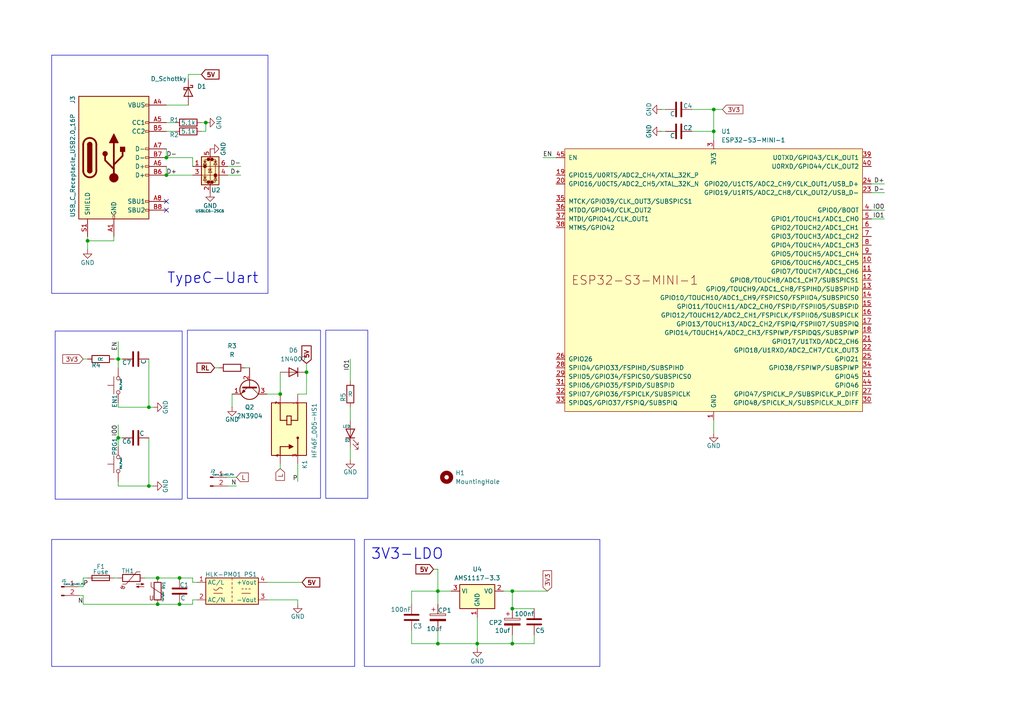
<source format=kicad_sch>
(kicad_sch (version 20250114) (generator "eeschema") (generator_version "9.0")
  (paper "A4")
  (lib_symbols
    (symbol "Connector:Conn_01x02_Pin" (pin_names (offset 1.016) (hide yes))
      (property "Reference" "J" (at 0 2.54 0))
      (property "Value" "Conn_01x02_Pin" (at 0 -5.08 0))
      (symbol "Conn_01x02_Pin_1_1"
        (rectangle (start 0.8636 0.127) (end 0 -0.127) (stroke (width 0.1524)) (fill (type outline)))
        (rectangle (start 0.8636 -2.413) (end 0 -2.667) (stroke (width 0.1524)) (fill (type outline)))
        (polyline (pts (xy 1.27 0) (xy 0.8636 0)) (stroke (width 0.1524)))
        (polyline (pts (xy 1.27 -2.54) (xy 0.8636 -2.54)) (stroke (width 0.1524)))
        (pin passive line (at 5.08 0 180) (length 3.81) (name "Pin_1") (number "1"))
        (pin passive line (at 5.08 -2.54 180) (length 3.81) (name "Pin_2") (number "2"))
      )
    )
    (symbol "Connector:USB_C_Receptacle_USB2.0_16P" (pin_names (offset 1.016))
      (property "Reference" "J" (at 0 22.225 0))
      (property "Value" "USB_C_Receptacle_USB2.0_16P" (at 0 19.685 0))
      (symbol "USB_C_Receptacle_USB2.0_16P_0_0"
        (rectangle (start -0.254 -17.78) (end 0.254 -16.764))
        (rectangle (start 10.16 15.494) (end 9.144 14.986))
        (rectangle (start 10.16 10.414) (end 9.144 9.906))
        (rectangle (start 10.16 7.874) (end 9.144 7.366))
        (rectangle (start 10.16 2.794) (end 9.144 2.286))
        (rectangle (start 10.16 0.254) (end 9.144 -0.254))
        (rectangle (start 10.16 -2.286) (end 9.144 -2.794))
        (rectangle (start 10.16 -4.826) (end 9.144 -5.334))
        (rectangle (start 10.16 -12.446) (end 9.144 -12.954))
        (rectangle (start 10.16 -14.986) (end 9.144 -15.494))
      )
      (symbol "USB_C_Receptacle_USB2.0_16P_0_1"
        (rectangle (start -10.16 17.78) (end 10.16 -17.78) (stroke (width 0.254)) (fill (type background)))
        (polyline (pts (xy -8.89 -3.81) (xy -8.89 3.81)) (stroke (width 0.508)))
        (rectangle (start -7.62 -3.81) (end -6.35 3.81) (stroke (width 0.254)) (fill (type outline)))
        (arc (start -7.62 3.81) (mid -6.985 4.4423) (end -6.35 3.81) (stroke (width 0.254)))
        (arc (start -7.62 3.81) (mid -6.985 4.4423) (end -6.35 3.81) (stroke (width 0.254)) (fill (type outline)))
        (arc (start -8.89 3.81) (mid -6.985 5.7067) (end -5.08 3.81) (stroke (width 0.508)))
        (arc (start -5.08 -3.81) (mid -6.985 -5.7067) (end -8.89 -3.81) (stroke (width 0.508)))
        (arc (start -6.35 -3.81) (mid -6.985 -4.4423) (end -7.62 -3.81) (stroke (width 0.254)))
        (arc (start -6.35 -3.81) (mid -6.985 -4.4423) (end -7.62 -3.81) (stroke (width 0.254)) (fill (type outline)))
        (polyline (pts (xy -5.08 3.81) (xy -5.08 -3.81)) (stroke (width 0.508)))
        (circle (center -2.54 1.143) (radius 0.635) (stroke (width 0.254)) (fill (type outline)))
        (polyline (pts (xy -1.27 4.318) (xy 0 6.858) (xy 1.27 4.318) (xy -1.27 4.318)) (stroke (width 0.254)) (fill (type outline)))
        (polyline (pts (xy 0 -2.032) (xy 2.54 0.508) (xy 2.54 1.778)) (stroke (width 0.508)))
        (polyline (pts (xy 0 -3.302) (xy -2.54 -0.762) (xy -2.54 0.508)) (stroke (width 0.508)))
        (polyline (pts (xy 0 -5.842) (xy 0 4.318)) (stroke (width 0.508)))
        (circle (center 0 -5.842) (radius 1.27) (fill (type outline)))
        (rectangle (start 1.905 1.778) (end 3.175 3.048) (stroke (width 0.254)) (fill (type outline)))
      )
      (symbol "USB_C_Receptacle_USB2.0_16P_1_1"
        (pin passive line (at -7.62 -22.86 90) (length 5.08) (name "SHIELD") (number "S1"))
        (pin passive line (at 0 -22.86 90) (length 5.08) (name "GND") (number "A1"))
        (pin passive line (at 0 -22.86 90) (length 5.08) (hide yes) (name "GND") (number "A12"))
        (pin passive line (at 0 -22.86 90) (length 5.08) (hide yes) (name "GND") (number "B1"))
        (pin passive line (at 0 -22.86 90) (length 5.08) (hide yes) (name "GND") (number "B12"))
        (pin passive line (at 15.24 15.24 180) (length 5.08) (name "VBUS") (number "A4"))
        (pin passive line (at 15.24 15.24 180) (length 5.08) (hide yes) (name "VBUS") (number "A9"))
        (pin passive line (at 15.24 15.24 180) (length 5.08) (hide yes) (name "VBUS") (number "B4"))
        (pin passive line (at 15.24 15.24 180) (length 5.08) (hide yes) (name "VBUS") (number "B9"))
        (pin bidirectional line (at 15.24 10.16 180) (length 5.08) (name "CC1") (number "A5"))
        (pin bidirectional line (at 15.24 7.62 180) (length 5.08) (name "CC2") (number "B5"))
        (pin bidirectional line (at 15.24 2.54 180) (length 5.08) (name "D-") (number "A7"))
        (pin bidirectional line (at 15.24 0 180) (length 5.08) (name "D-") (number "B7"))
        (pin bidirectional line (at 15.24 -2.54 180) (length 5.08) (name "D+") (number "A6"))
        (pin bidirectional line (at 15.24 -5.08 180) (length 5.08) (name "D+") (number "B6"))
        (pin bidirectional line (at 15.24 -12.7 180) (length 5.08) (name "SBU1") (number "A8"))
        (pin bidirectional line (at 15.24 -15.24 180) (length 5.08) (name "SBU2") (number "B8"))
      )
    )
    (symbol "Converter_ACDC:HLK-PM01"
      (property "Reference" "PS" (at 0 5.08 0))
      (property "Value" "HLK-PM01" (at 0 -5.08 0))
      (symbol "HLK-PM01_0_1"
        (rectangle (start -7.62 3.81) (end 7.62 -3.81) (stroke (width 0.254)) (fill (type background)))
        (polyline (pts (xy -5.334 -0.635) (xy -2.794 -0.635)))
        (arc (start -4.064 0.635) (mid -4.699 0.2495) (end -5.334 0.635))
        (arc (start -4.064 0.635) (mid -3.429 1.0072) (end -2.794 0.635))
        (polyline (pts (xy 0 3.81) (xy 0 3.175)))
        (polyline (pts (xy 0 2.54) (xy 0 1.905)))
        (polyline (pts (xy 0 1.27) (xy 0 0.635)))
        (polyline (pts (xy 0 0) (xy 0 -0.635)))
        (polyline (pts (xy 0 -1.27) (xy 0 -1.905)))
        (polyline (pts (xy 0 -2.54) (xy 0 -3.175)))
        (polyline (pts (xy 2.794 0.635) (xy 3.302 0.635)))
        (polyline (pts (xy 2.794 -0.635) (xy 5.334 -0.635)))
        (polyline (pts (xy 3.81 0.635) (xy 4.318 0.635)))
        (polyline (pts (xy 4.826 0.635) (xy 5.334 0.635)))
      )
      (symbol "HLK-PM01_1_1"
        (pin power_in line (at -10.16 2.54 0) (length 2.54) (name "AC/L") (number "1"))
        (pin power_in line (at -10.16 -2.54 0) (length 2.54) (name "AC/N") (number "2"))
        (pin power_out line (at 10.16 2.54 180) (length 2.54) (name "+Vout") (number "4"))
        (pin power_out line (at 10.16 -2.54 180) (length 2.54) (name "-Vout") (number "3"))
      )
    )
    (symbol "Device:C" (pin_numbers (hide yes)) (pin_names (offset 0.254))
      (property "Reference" "C" (at 0.635 2.54 0))
      (property "Value" "C" (at 0.635 -2.54 0))
      (symbol "C_0_1"
        (polyline (pts (xy -2.032 0.762) (xy 2.032 0.762)) (stroke (width 0.508)))
        (polyline (pts (xy -2.032 -0.762) (xy 2.032 -0.762)) (stroke (width 0.508)))
      )
      (symbol "C_1_1"
        (pin passive line (at 0 3.81 270) (length 2.794) (name "~") (number "1"))
        (pin passive line (at 0 -3.81 90) (length 2.794) (name "~") (number "2"))
      )
    )
    (symbol "Device:C_Polarized" (pin_numbers (hide yes)) (pin_names (offset 0.254))
      (property "Reference" "C" (at 0.635 2.54 0))
      (property "Value" "C_Polarized" (at 0.635 -2.54 0))
      (symbol "C_Polarized_0_1"
        (rectangle (start -2.286 0.508) (end 2.286 1.016))
        (polyline (pts (xy -1.778 2.286) (xy -0.762 2.286)))
        (polyline (pts (xy -1.27 2.794) (xy -1.27 1.778)))
        (rectangle (start 2.286 -0.508) (end -2.286 -1.016) (fill (type outline)))
      )
      (symbol "C_Polarized_1_1"
        (pin passive line (at 0 3.81 270) (length 2.794) (name "~") (number "1"))
        (pin passive line (at 0 -3.81 90) (length 2.794) (name "~") (number "2"))
      )
    )
    (symbol "Device:D_Schottky" (pin_numbers (hide yes)) (pin_names (offset 1.016) (hide yes))
      (property "Reference" "D" (at 0 2.54 0))
      (property "Value" "D_Schottky" (at 0 -2.54 0))
      (symbol "D_Schottky_0_1"
        (polyline (pts (xy -1.905 0.635) (xy -1.905 1.27) (xy -1.27 1.27) (xy -1.27 -1.27) (xy -0.635 -1.27) (xy -0.635 -0.635)) (stroke (width 0.254)))
        (polyline (pts (xy 1.27 1.27) (xy 1.27 -1.27) (xy -1.27 0) (xy 1.27 1.27)) (stroke (width 0.254)))
        (polyline (pts (xy 1.27 0) (xy -1.27 0)))
      )
      (symbol "D_Schottky_1_1"
        (pin passive line (at -3.81 0 0) (length 2.54) (name "K") (number "1"))
        (pin passive line (at 3.81 0 180) (length 2.54) (name "A") (number "2"))
      )
    )
    (symbol "Device:Fuse" (pin_numbers (hide yes)) (pin_names (offset 0))
      (property "Reference" "F" (at 2.032 0 90))
      (property "Value" "Fuse" (at -1.905 0 90))
      (symbol "Fuse_0_1"
        (rectangle (start -0.762 -2.54) (end 0.762 2.54) (stroke (width 0.254)))
        (polyline (pts (xy 0 2.54) (xy 0 -2.54)))
      )
      (symbol "Fuse_1_1"
        (pin passive line (at 0 3.81 270) (length 1.27) (name "~") (number "1"))
        (pin passive line (at 0 -3.81 90) (length 1.27) (name "~") (number "2"))
      )
    )
    (symbol "Device:LED" (pin_numbers (hide yes)) (pin_names (offset 1.016) (hide yes))
      (property "Reference" "D" (at 0 2.54 0))
      (property "Value" "LED" (at 0 -2.54 0))
      (symbol "LED_0_1"
        (polyline (pts (xy -3.048 -0.762) (xy -4.572 -2.286) (xy -3.81 -2.286) (xy -4.572 -2.286) (xy -4.572 -1.524)))
        (polyline (pts (xy -1.778 -0.762) (xy -3.302 -2.286) (xy -2.54 -2.286) (xy -3.302 -2.286) (xy -3.302 -1.524)))
        (polyline (pts (xy -1.27 0) (xy 1.27 0)))
        (polyline (pts (xy -1.27 -1.27) (xy -1.27 1.27)) (stroke (width 0.254)))
        (polyline (pts (xy 1.27 -1.27) (xy 1.27 1.27) (xy -1.27 0) (xy 1.27 -1.27)) (stroke (width 0.254)))
      )
      (symbol "LED_1_1"
        (pin passive line (at -3.81 0 0) (length 2.54) (name "K") (number "1"))
        (pin passive line (at 3.81 0 180) (length 2.54) (name "A") (number "2"))
      )
    )
    (symbol "Device:R" (pin_numbers (hide yes)) (pin_names (offset 0))
      (property "Reference" "R" (at 2.032 0 90))
      (property "Value" "R" (at 0 0 90))
      (symbol "R_0_1"
        (rectangle (start -1.016 -2.54) (end 1.016 2.54) (stroke (width 0.254)))
      )
      (symbol "R_1_1"
        (pin passive line (at 0 3.81 270) (length 1.27) (name "~") (number "1"))
        (pin passive line (at 0 -3.81 90) (length 1.27) (name "~") (number "2"))
      )
    )
    (symbol "Device:Thermistor_NTC" (pin_numbers (hide yes)) (pin_names (offset 0))
      (property "Reference" "TH" (at -4.445 0 90))
      (property "Value" "Thermistor_NTC" (at 3.175 0 90))
      (symbol "Thermistor_NTC_0_1"
        (arc (start -3.175 2.413) (mid -3.0506 2.3165) (end -3.048 2.159))
        (arc (start -3.048 2.794) (mid -2.9736 2.9736) (end -2.794 3.048))
        (arc (start -2.794 3.048) (mid -2.6144 2.9736) (end -2.54 2.794))
        (arc (start -2.794 2.54) (mid -2.9736 2.6144) (end -3.048 2.794))
        (arc (start -2.794 1.905) (mid -2.9736 1.9794) (end -3.048 2.159))
        (arc (start -2.54 2.159) (mid -2.6144 1.9794) (end -2.794 1.905))
        (arc (start -2.159 2.794) (mid -2.434 2.5608) (end -2.794 2.54))
        (polyline (pts (xy -2.54 2.159) (xy -2.54 2.794)))
        (polyline (pts (xy -2.54 -3.683) (xy -2.54 -1.397) (xy -2.794 -2.159) (xy -2.286 -2.159) (xy -2.54 -1.397) (xy -2.54 -1.651)) (fill (type outline)))
        (polyline (pts (xy -1.778 2.54) (xy -1.778 1.524) (xy 1.778 -1.524) (xy 1.778 -2.54)))
        (polyline (pts (xy -1.778 -1.397) (xy -1.778 -3.683) (xy -2.032 -2.921) (xy -1.524 -2.921) (xy -1.778 -3.683) (xy -1.778 -3.429)) (fill (type outline)))
        (rectangle (start -1.016 2.54) (end 1.016 -2.54) (stroke (width 0.254)))
      )
      (symbol "Thermistor_NTC_1_1"
        (pin passive line (at 0 3.81 270) (length 1.27) (name "~") (number "1"))
        (pin passive line (at 0 -3.81 90) (length 1.27) (name "~") (number "2"))
      )
    )
    (symbol "Device:Varistor" (pin_numbers (hide yes)) (pin_names (offset 0))
      (property "Reference" "RV" (at 3.175 0 90))
      (property "Value" "Varistor" (at -3.175 0 90))
      (symbol "Varistor_0_0"
        (text "U" (at -1.778 -2.032 0) (effects (font (size 1.27 1.27))))
      )
      (symbol "Varistor_0_1"
        (polyline (pts (xy -1.905 2.54) (xy -1.905 1.27) (xy 1.905 -1.27)))
        (rectangle (start -1.016 -2.54) (end 1.016 2.54) (stroke (width 0.254)))
      )
      (symbol "Varistor_1_1"
        (pin passive line (at 0 3.81 270) (length 1.27) (name "~") (number "1"))
        (pin passive line (at 0 -3.81 90) (length 1.27) (name "~") (number "2"))
      )
    )
    (symbol "Diode:1N4007" (pin_numbers (hide yes)) (pin_names (hide yes))
      (property "Reference" "D" (at 0 2.54 0))
      (property "Value" "1N4007" (at 0 -2.54 0))
      (symbol "1N4007_0_1"
        (polyline (pts (xy -1.27 1.27) (xy -1.27 -1.27)) (stroke (width 0.254)))
        (polyline (pts (xy 1.27 1.27) (xy 1.27 -1.27) (xy -1.27 0) (xy 1.27 1.27)) (stroke (width 0.254)))
        (polyline (pts (xy 1.27 0) (xy -1.27 0)))
      )
      (symbol "1N4007_1_1"
        (pin passive line (at -3.81 0 0) (length 2.54) (name "K") (number "1"))
        (pin passive line (at 3.81 0 180) (length 2.54) (name "A") (number "2"))
      )
    )
    (symbol "Mechanical:MountingHole" (pin_names (offset 1.016)) (exclude_from_sim yes) (in_bom no)
      (property "Reference" "H" (at 0 5.08 0))
      (property "Value" "MountingHole" (at 0 3.175 0))
      (symbol "MountingHole_0_1"
        (circle (center 0 0) (radius 1.27) (stroke (width 1.27)))
      )
    )
    (symbol "PCM_Espressif:ESP32-S3-MINI-1" (pin_names (offset 1.016))
      (property "Reference" "U" (at -43.18 43.18 0))
      (property "Value" "ESP32-S3-MINI-1" (at -43.18 40.64 0))
      (symbol "ESP32-S3-MINI-1_0_0"
        (text "ESP32-S3-MINI-1" (at -22.86 0 0) (effects (font (size 2.54 2.54))))
        (pin input line (at -45.72 35.56 0) (length 2.54) (name "EN") (number "45"))
        (pin bidirectional line (at -45.72 30.48 0) (length 2.54) (name "GPIO15/U0RTS/ADC2_CH4/XTAL_32K_P") (number "19"))
        (pin bidirectional line (at -45.72 27.94 0) (length 2.54) (name "GPIO16/U0CTS/ADC2_CH5/XTAL_32K_N") (number "20"))
        (pin bidirectional line (at -45.72 22.86 0) (length 2.54) (name "MTCK/GPIO39/CLK_OUT3/SUBSPICS1") (number "35"))
        (pin bidirectional line (at -45.72 20.32 0) (length 2.54) (name "MTDO/GPIO40/CLK_OUT2") (number "36"))
        (pin bidirectional line (at -45.72 17.78 0) (length 2.54) (name "MTDI/GPIO41/CLK_OUT1") (number "37"))
        (pin bidirectional line (at -45.72 15.24 0) (length 2.54) (name "MTMS/GPIO42") (number "38"))
        (pin bidirectional line (at -45.72 -22.86 0) (length 2.54) (name "GPIO26") (number "26"))
        (pin bidirectional line (at -45.72 -25.4 0) (length 2.54) (name "SPIIO4/GPIO33/FSPIHD/SUBSPIHD") (number "28"))
        (pin bidirectional line (at -45.72 -27.94 0) (length 2.54) (name "SPIIO5/GPIO34/FSPICS0/SUBSPICS0") (number "29"))
        (pin bidirectional line (at -45.72 -30.48 0) (length 2.54) (name "SPIIO6/GPIO35/FSPID/SUBSPID") (number "31"))
        (pin bidirectional line (at -45.72 -33.02 0) (length 2.54) (name "SPIIO7/GPIO36/FSPICLK/SUBSPICLK") (number "32"))
        (pin bidirectional line (at -45.72 -35.56 0) (length 2.54) (name "SPIDQS/GPIO37/FSPIQ/SUBSPIQ") (number "33"))
        (pin power_in line (at 0 40.64 270) (length 2.54) (name "3V3") (number "3"))
        (pin power_in line (at 0 -40.64 90) (length 2.54) (name "GND") (number "1"))
        (pin passive line (at 0 -40.64 90) (length 2.54) (hide yes) (name "GND") (number "2"))
        (pin passive line (at 0 -40.64 90) (length 2.54) (hide yes) (name "GND") (number "42"))
        (pin passive line (at 0 -40.64 90) (length 2.54) (hide yes) (name "GND") (number "43"))
        (pin passive line (at 0 -40.64 90) (length 2.54) (hide yes) (name "GND") (number "46"))
        (pin passive line (at 0 -40.64 90) (length 2.54) (hide yes) (name "GND") (number "47"))
        (pin passive line (at 0 -40.64 90) (length 2.54) (hide yes) (name "GND") (number "48"))
        (pin passive line (at 0 -40.64 90) (length 2.54) (hide yes) (name "GND") (number "49"))
        (pin passive line (at 0 -40.64 90) (length 2.54) (hide yes) (name "GND") (number "50"))
        (pin passive line (at 0 -40.64 90) (length 2.54) (hide yes) (name "GND") (number "51"))
        (pin passive line (at 0 -40.64 90) (length 2.54) (hide yes) (name "GND") (number "52"))
        (pin passive line (at 0 -40.64 90) (length 2.54) (hide yes) (name "GND") (number "53"))
        (pin passive line (at 0 -40.64 90) (length 2.54) (hide yes) (name "GND") (number "54"))
        (pin passive line (at 0 -40.64 90) (length 2.54) (hide yes) (name "GND") (number "55"))
        (pin passive line (at 0 -40.64 90) (length 2.54) (hide yes) (name "GND") (number "56"))
        (pin passive line (at 0 -40.64 90) (length 2.54) (hide yes) (name "GND") (number "57"))
        (pin passive line (at 0 -40.64 90) (length 2.54) (hide yes) (name "GND") (number "58"))
        (pin passive line (at 0 -40.64 90) (length 2.54) (hide yes) (name "GND") (number "59"))
        (pin passive line (at 0 -40.64 90) (length 2.54) (hide yes) (name "GND") (number "60"))
        (pin passive line (at 0 -40.64 90) (length 2.54) (hide yes) (name "GND") (number "61"))
        (pin passive line (at 0 -40.64 90) (length 2.54) (hide yes) (name "GND") (number "62"))
        (pin passive line (at 0 -40.64 90) (length 2.54) (hide yes) (name "GND") (number "63"))
        (pin passive line (at 0 -40.64 90) (length 2.54) (hide yes) (name "GND") (number "64"))
        (pin passive line (at 0 -40.64 90) (length 2.54) (hide yes) (name "GND") (number "65"))
        (pin bidirectional line (at 45.72 35.56 180) (length 2.54) (name "U0TXD/GPIO43/CLK_OUT1") (number "39"))
        (pin bidirectional line (at 45.72 33.02 180) (length 2.54) (name "U0RXD/GPIO44/CLK_OUT2") (number "40"))
        (pin bidirectional line (at 45.72 27.94 180) (length 2.54) (name "GPIO20/U1CTS/ADC2_CH9/CLK_OUT1/USB_D+") (number "24"))
        (pin bidirectional line (at 45.72 25.4 180) (length 2.54) (name "GPIO19/U1RTS/ADC2_CH8/CLK_OUT2/USB_D-") (number "23"))
        (pin bidirectional line (at 45.72 20.32 180) (length 2.54) (name "GPIO0/BOOT") (number "4"))
        (pin bidirectional line (at 45.72 17.78 180) (length 2.54) (name "GPIO1/TOUCH1/ADC1_CH0") (number "5"))
        (pin bidirectional line (at 45.72 15.24 180) (length 2.54) (name "GPIO2/TOUCH2/ADC1_CH1") (number "6"))
        (pin bidirectional line (at 45.72 12.7 180) (length 2.54) (name "GPIO3/TOUCH3/ADC1_CH2") (number "7"))
        (pin bidirectional line (at 45.72 10.16 180) (length 2.54) (name "GPIO4/TOUCH4/ADC1_CH3") (number "8"))
        (pin bidirectional line (at 45.72 7.62 180) (length 2.54) (name "GPIO5/TOUCH5/ADC1_CH4") (number "9"))
        (pin bidirectional line (at 45.72 5.08 180) (length 2.54) (name "GPIO6/TOUCH6/ADC1_CH5") (number "10"))
        (pin bidirectional line (at 45.72 2.54 180) (length 2.54) (name "GPIO7/TOUCH7/ADC1_CH6") (number "11"))
        (pin bidirectional line (at 45.72 0 180) (length 2.54) (name "GPIO8/TOUCH8/ADC1_CH7/SUBSPICS1") (number "12"))
        (pin bidirectional line (at 45.72 -2.54 180) (length 2.54) (name "GPIO9/TOUCH9/ADC1_CH8/FSPIHD/SUBSPIHD") (number "13"))
        (pin bidirectional line (at 45.72 -5.08 180) (length 2.54) (name "GPIO10/TOUCH10/ADC1_CH9/FSPICS0/FSPIIO4/SUBSPICS0") (number "14"))
        (pin bidirectional line (at 45.72 -7.62 180) (length 2.54) (name "GPIO11/TOUCH11/ADC2_CH0/FSPID/FSPIIO5/SUBSPID") (number "15"))
        (pin bidirectional line (at 45.72 -10.16 180) (length 2.54) (name "GPIO12/TOUCH12/ADC2_CH1/FSPICLK/FSPIIO6/SUBSPICLK") (number "16"))
        (pin bidirectional line (at 45.72 -12.7 180) (length 2.54) (name "GPIO13/TOUCH13/ADC2_CH2/FSPIQ/FSPIIO7/SUBSPIQ") (number "17"))
        (pin bidirectional line (at 45.72 -15.24 180) (length 2.54) (name "GPIO14/TOUCH14/ADC2_CH3/FSPIWP/FSPIDQS/SUBSPIWP") (number "18"))
        (pin bidirectional line (at 45.72 -17.78 180) (length 2.54) (name "GPIO17/U1TXD/ADC2_CH6") (number "21"))
        (pin bidirectional line (at 45.72 -20.32 180) (length 2.54) (name "GPIO18/U1RXD/ADC2_CH7/CLK_OUT3") (number "22"))
        (pin bidirectional line (at 45.72 -22.86 180) (length 2.54) (name "GPIO21") (number "25"))
        (pin bidirectional line (at 45.72 -25.4 180) (length 2.54) (name "GPIO38/FSPIWP/SUBSPIWP") (number "34"))
        (pin bidirectional line (at 45.72 -27.94 180) (length 2.54) (name "GPIO45") (number "41"))
        (pin bidirectional line (at 45.72 -30.48 180) (length 2.54) (name "GPIO46") (number "44"))
        (pin bidirectional line (at 45.72 -33.02 180) (length 2.54) (name "GPIO47/SPICLK_P/SUBSPICLK_P_DIFF") (number "27"))
        (pin bidirectional line (at 45.72 -35.56 180) (length 2.54) (name "GPIO48/SPICLK_N/SUBSPICLK_N_DIFF") (number "30"))
      )
      (symbol "ESP32-S3-MINI-1_0_1"
        (rectangle (start -43.18 38.1) (end 43.18 -38.1) (fill (type background)))
      )
    )
    (symbol "Power_Protection:USBLC6-2SC6" (pin_names (hide yes))
      (property "Reference" "U" (at 0.635 5.715 0))
      (property "Value" "USBLC6-2SC6" (at 0.635 3.81 0))
      (symbol "USBLC6-2SC6_0_0"
        (circle (center -1.524 0) (radius 0.0001) (stroke (width 0.508)))
        (circle (center -0.508 2.032) (radius 0.0001) (stroke (width 0.508)))
        (circle (center -0.508 -4.572) (radius 0.0001) (stroke (width 0.508)))
        (circle (center 0.508 2.032) (radius 0.0001) (stroke (width 0.508)))
        (circle (center 0.508 -4.572) (radius 0.0001) (stroke (width 0.508)))
        (circle (center 1.524 -2.54) (radius 0.0001) (stroke (width 0.508)))
      )
      (symbol "USBLC6-2SC6_0_1"
        (polyline (pts (xy -2.54 0) (xy 2.54 0)))
        (polyline (pts (xy -2.54 -2.54) (xy 2.54 -2.54)))
        (polyline (pts (xy -2.032 0.508) (xy -1.016 0.508) (xy -1.524 1.524) (xy -2.032 0.508)))
        (polyline (pts (xy -2.032 -3.048) (xy -1.016 -3.048)))
        (polyline (pts (xy -1.016 1.524) (xy -2.032 1.524)))
        (polyline (pts (xy -1.016 -4.064) (xy -2.032 -4.064) (xy -1.524 -3.048) (xy -1.016 -4.064)))
        (polyline (pts (xy -0.508 -1.143) (xy -0.508 -0.762) (xy 0.508 -0.762)))
        (polyline (pts (xy 0 2.54) (xy -0.508 2.032) (xy 0.508 2.032) (xy 0 1.524) (xy 0 -4.064) (xy -0.508 -4.572) (xy 0.508 -4.572) (xy 0 -5.08)))
        (polyline (pts (xy 0.508 -1.778) (xy -0.508 -1.778) (xy 0 -0.762) (xy 0.508 -1.778)))
        (polyline (pts (xy 1.016 1.524) (xy 2.032 1.524)))
        (polyline (pts (xy 1.016 -3.048) (xy 2.032 -3.048)))
        (polyline (pts (xy 2.032 0.508) (xy 1.016 0.508) (xy 1.524 1.524) (xy 2.032 0.508)))
        (polyline (pts (xy 2.032 -4.064) (xy 1.016 -4.064) (xy 1.524 -3.048) (xy 2.032 -4.064)))
      )
      (symbol "USBLC6-2SC6_1_1"
        (rectangle (start -2.54 2.794) (end 2.54 -5.334) (stroke (width 0.254)) (fill (type background)))
        (polyline (pts (xy -0.508 2.032) (xy -1.524 2.032) (xy -1.524 -4.572) (xy -0.508 -4.572)))
        (polyline (pts (xy 0.508 -4.572) (xy 1.524 -4.572) (xy 1.524 2.032) (xy 0.508 2.032)))
        (pin passive line (at -5.08 0 0) (length 2.54) (name "I/O1") (number "1"))
        (pin passive line (at -5.08 -2.54 0) (length 2.54) (name "I/O2") (number "3"))
        (pin passive line (at 0 5.08 270) (length 2.54) (name "VBUS") (number "5"))
        (pin passive line (at 0 -7.62 90) (length 2.54) (name "GND") (number "2"))
        (pin passive line (at 5.08 0 180) (length 2.54) (name "I/O1") (number "6"))
        (pin passive line (at 5.08 -2.54 180) (length 2.54) (name "I/O2") (number "4"))
      )
    )
    (symbol "Regulator_Linear:AMS1117-3.3"
      (property "Reference" "U" (at -3.81 3.175 0))
      (property "Value" "AMS1117-3.3" (at 0 3.175 0))
      (symbol "AMS1117-3.3_0_1"
        (rectangle (start -5.08 -5.08) (end 5.08 1.905) (stroke (width 0.254)) (fill (type background)))
      )
      (symbol "AMS1117-3.3_1_1"
        (pin power_in line (at -7.62 0 0) (length 2.54) (name "VI") (number "3"))
        (pin power_in line (at 0 -7.62 90) (length 2.54) (name "GND") (number "1"))
        (pin power_out line (at 7.62 0 180) (length 2.54) (name "VO") (number "2"))
      )
    )
    (symbol "Switch:SW_Push" (pin_numbers (hide yes)) (pin_names (offset 1.016) (hide yes))
      (property "Reference" "SW" (at 1.27 2.54 0))
      (property "Value" "SW_Push" (at 0 -1.524 0))
      (symbol "SW_Push_0_1"
        (circle (center -2.032 0) (radius 0.508))
        (polyline (pts (xy 0 1.27) (xy 0 3.048)))
        (circle (center 2.032 0) (radius 0.508))
        (polyline (pts (xy 2.54 1.27) (xy -2.54 1.27)))
        (pin passive line (at -5.08 0 0) (length 2.54) (name "1") (number "1"))
        (pin passive line (at 5.08 0 180) (length 2.54) (name "2") (number "2"))
      )
    )
    (symbol "Transistor_BJT:2N3904" (pin_names (offset 0) (hide yes))
      (property "Reference" "Q" (at 5.08 1.905 0))
      (property "Value" "2N3904" (at 5.08 0 0))
      (symbol "2N3904_0_1"
        (polyline (pts (xy 0.635 1.905) (xy 0.635 -1.905) (xy 0.635 -1.905)) (stroke (width 0.508)))
        (polyline (pts (xy 0.635 0.635) (xy 2.54 2.54)))
        (polyline (pts (xy 0.635 -0.635) (xy 2.54 -2.54) (xy 2.54 -2.54)))
        (circle (center 1.27 0) (radius 2.8194) (stroke (width 0.254)))
        (polyline (pts (xy 1.27 -1.778) (xy 1.778 -1.27) (xy 2.286 -2.286) (xy 1.27 -1.778) (xy 1.27 -1.778)) (fill (type outline)))
      )
      (symbol "2N3904_1_1"
        (pin passive line (at -5.08 0 0) (length 5.715) (name "B") (number "2"))
        (pin passive line (at 2.54 5.08 270) (length 2.54) (name "C") (number "3"))
        (pin passive line (at 2.54 -5.08 90) (length 2.54) (name "E") (number "1"))
      )
    )
    (symbol "mini-relay:HF46F_005-HS1" (pin_names (offset 1.016))
      (property "Reference" "K" (at -7.62 6.35 0))
      (property "Value" "HF46F_005-HS1" (at -7.62 -7.62 0))
      (symbol "HF46F_005-HS1_0_0"
        (polyline (pts (xy -7.62 2.54) (xy -2.54 2.54)) (stroke (width 0.254)))
        (polyline (pts (xy -7.62 -2.54) (xy -2.54 -2.54)) (stroke (width 0.254)))
        (rectangle (start -7.62 -5.08) (end 7.62 5.08) (stroke (width 0.254)) (fill (type background)))
        (polyline (pts (xy -3.81 0.635) (xy -2.54 0.635)) (stroke (width 0.254)))
        (polyline (pts (xy -3.81 -0.635) (xy -3.81 0.635)) (stroke (width 0.254)))
        (polyline (pts (xy -2.54 2.54) (xy -2.54 0.635)) (stroke (width 0.254)))
        (polyline (pts (xy -2.54 0.635) (xy -1.27 0.635)) (stroke (width 0.254)))
        (polyline (pts (xy -2.54 -0.635) (xy -3.81 -0.635)) (stroke (width 0.254)))
        (polyline (pts (xy -2.54 -0.635) (xy -2.54 -2.54)) (stroke (width 0.254)))
        (polyline (pts (xy -1.27 0.635) (xy -1.27 -0.635)) (stroke (width 0.254)))
        (polyline (pts (xy -1.27 -0.635) (xy -2.54 -0.635)) (stroke (width 0.254)))
        (circle (center 2.54 2.54) (radius 0.254) (stroke (width 0.254)))
        (polyline (pts (xy 4.445 0) (xy 5.715 0) (xy 5.08 1.27) (xy 4.445 0)) (stroke (width 0.1524)) (fill (type outline)))
        (polyline (pts (xy 5.08 -2.54) (xy 5.08 0)) (stroke (width 0.254)))
        (polyline (pts (xy 7.62 2.54) (xy 2.54 2.54)) (stroke (width 0.254)))
        (polyline (pts (xy 7.62 -2.54) (xy 5.08 -2.54)) (stroke (width 0.254)))
        (pin passive line (at -10.16 2.54 0) (length 5.08) (name "~") (number "1"))
        (pin passive line (at -10.16 -2.54 0) (length 5.08) (name "~") (number "2"))
        (pin passive line (at 10.16 2.54 180) (length 5.08) (name "~") (number "3"))
        (pin passive line (at 10.16 -2.54 180) (length 5.08) (name "~") (number "4"))
      )
    )
    (symbol "power:GND" (power) (pin_numbers (hide yes)) (pin_names (offset 0) (hide yes))
      (property "Value" "GND" (at 0 -3.81 0))
      (symbol "GND_0_1"
        (polyline (pts (xy 0 0) (xy 0 -1.27) (xy 1.27 -1.27) (xy 0 -2.54) (xy -1.27 -1.27) (xy 0 -1.27)))
      )
      (symbol "GND_1_1"
        (pin power_in line (at 0 0 270) (length 0) (name "~") (number "1"))
      )
    )
  )
  (rectangle (start 94.488 95.758) (end 106.68 144.526))
  (rectangle (start 105.664 156.464) (end 173.99 193.294))
  (rectangle (start 16.002 96.012) (end 52.832 144.78))
  (rectangle (start 14.986 156.464) (end 102.87 193.294))
  (rectangle (start 14.986 16.002) (end 77.724 85.09))
  (rectangle (start 54.356 95.758) (end 92.964 144.526))
  (text "3V3-LDO" (at 118.11 160.782 0) (effects (font (size 3.048 3.048) (thickness 0.254) (bold yes))))
  (text "TypeC-Uart" (at 61.722 80.772 0) (effects (font (size 3.048 3.048) (thickness 0.254) (bold yes))))
  (junction (at 34.29 104.14))
  (junction (at 138.43 186.69))
  (junction (at 148.59 176.53))
  (junction (at 148.59 186.69))
  (junction (at 45.72 167.64))
  (junction (at 207.01 31.75))
  (junction (at 48.26 45.72))
  (junction (at 52.07 175.26))
  (junction (at 45.72 175.26))
  (junction (at 127 171.45))
  (junction (at 52.07 167.64))
  (junction (at 207.01 38.1))
  (junction (at 48.26 50.8))
  (junction (at 43.18 140.97))
  (junction (at 43.18 118.11))
  (junction (at 148.59 171.45))
  (junction (at 34.29 127))
  (junction (at 127 186.69))
  (junction (at 81.28 114.3))
  (junction (at 88.9 107.95))
  (junction (at 25.4 69.85))
  (junction (at 59.69 35.56))
  (no_connect (at 48.26 60.96))
  (no_connect (at 48.26 58.42))
  (wire (pts (xy 148.59 186.69) (xy 154.94 186.69)))
  (wire (pts (xy 207.01 31.75) (xy 207.01 38.1)))
  (wire (pts (xy 24.13 170.18) (xy 22.86 170.18)))
  (wire (pts (xy 34.29 104.14) (xy 34.29 99.06)))
  (wire (pts (xy 119.38 171.45) (xy 119.38 175.26)))
  (wire (pts (xy 34.29 116.84) (xy 34.29 118.11)))
  (wire (pts (xy 88.9 105.41) (xy 88.9 107.95)))
  (wire (pts (xy 119.38 171.45) (xy 127 171.45)))
  (wire (pts (xy 138.43 186.69) (xy 138.43 187.96)))
  (wire (pts (xy 66.04 48.26) (xy 69.85 48.26)))
  (wire (pts (xy 55.88 173.99) (xy 55.88 175.26)))
  (wire (pts (xy 48.26 43.18) (xy 48.26 45.72)))
  (wire (pts (xy 191.77 31.75) (xy 193.04 31.75)))
  (wire (pts (xy 157.48 45.72) (xy 161.29 45.72)))
  (wire (pts (xy 67.31 114.3) (xy 67.31 118.11)))
  (wire (pts (xy 34.29 118.11) (xy 43.18 118.11)))
  (wire (pts (xy 148.59 171.45) (xy 148.59 176.53)))
  (wire (pts (xy 55.88 48.26) (xy 55.88 45.72)))
  (wire (pts (xy 119.38 186.69) (xy 127 186.69)))
  (wire (pts (xy 101.6 118.11) (xy 101.6 121.92)))
  (wire (pts (xy 146.05 171.45) (xy 148.59 171.45)))
  (wire (pts (xy 45.72 167.64) (xy 52.07 167.64)))
  (wire (pts (xy 45.72 175.26) (xy 52.07 175.26)))
  (wire (pts (xy 119.38 182.88) (xy 119.38 186.69)))
  (wire (pts (xy 43.18 140.97) (xy 43.18 127)))
  (wire (pts (xy 55.88 173.99) (xy 57.15 173.99)))
  (wire (pts (xy 207.01 40.64) (xy 207.01 38.1)))
  (wire (pts (xy 88.9 107.95) (xy 88.9 114.3)))
  (wire (pts (xy 25.4 69.85) (xy 25.4 72.39)))
  (wire (pts (xy 200.66 31.75) (xy 207.01 31.75)))
  (wire (pts (xy 55.88 175.26) (xy 52.07 175.26)))
  (wire (pts (xy 138.43 179.07) (xy 138.43 186.69)))
  (wire (pts (xy 34.29 167.64) (xy 33.02 167.64)))
  (wire (pts (xy 154.94 184.15) (xy 154.94 186.69)))
  (wire (pts (xy 148.59 171.45) (xy 158.75 171.45)))
  (wire (pts (xy 77.47 114.3) (xy 81.28 114.3)))
  (wire (pts (xy 58.42 21.59) (xy 54.61 21.59)))
  (wire (pts (xy 34.29 127) (xy 35.56 127)))
  (wire (pts (xy 101.6 129.54) (xy 101.6 133.35)))
  (wire (pts (xy 68.58 138.43) (xy 66.04 138.43)))
  (wire (pts (xy 44.45 118.11) (xy 43.18 118.11)))
  (wire (pts (xy 148.59 184.15) (xy 148.59 186.69)))
  (wire (pts (xy 48.26 30.48) (xy 54.61 30.48)))
  (wire (pts (xy 34.29 140.97) (xy 43.18 140.97)))
  (wire (pts (xy 48.26 38.1) (xy 50.8 38.1)))
  (wire (pts (xy 48.26 35.56) (xy 50.8 35.56)))
  (wire (pts (xy 71.12 106.68) (xy 72.39 106.68)))
  (wire (pts (xy 127 165.1) (xy 127 171.45)))
  (wire (pts (xy 191.77 38.1) (xy 193.04 38.1)))
  (wire (pts (xy 24.13 167.64) (xy 25.4 167.64)))
  (wire (pts (xy 81.28 135.89) (xy 81.28 134.62)))
  (wire (pts (xy 48.26 48.26) (xy 48.26 50.8)))
  (wire (pts (xy 130.81 171.45) (xy 127 171.45)))
  (wire (pts (xy 86.36 173.99) (xy 86.36 175.26)))
  (wire (pts (xy 34.29 139.7) (xy 34.29 140.97)))
  (wire (pts (xy 127 165.1) (xy 125.73 165.1)))
  (wire (pts (xy 59.69 38.1) (xy 58.42 38.1)))
  (wire (pts (xy 24.13 175.26) (xy 24.13 172.72)))
  (wire (pts (xy 33.02 69.85) (xy 25.4 69.85)))
  (wire (pts (xy 138.43 186.69) (xy 148.59 186.69)))
  (wire (pts (xy 41.91 167.64) (xy 45.72 167.64)))
  (wire (pts (xy 34.29 127) (xy 34.29 123.19)))
  (wire (pts (xy 66.04 50.8) (xy 69.85 50.8)))
  (wire (pts (xy 252.73 63.5) (xy 256.54 63.5)))
  (wire (pts (xy 48.26 50.8) (xy 55.88 50.8)))
  (wire (pts (xy 25.4 69.85) (xy 25.4 68.58)))
  (wire (pts (xy 59.69 35.56) (xy 58.42 35.56)))
  (wire (pts (xy 24.13 175.26) (xy 45.72 175.26)))
  (wire (pts (xy 252.73 60.96) (xy 256.54 60.96)))
  (wire (pts (xy 33.02 68.58) (xy 33.02 69.85)))
  (wire (pts (xy 127 182.88) (xy 127 186.69)))
  (wire (pts (xy 81.28 107.95) (xy 81.28 114.3)))
  (wire (pts (xy 88.9 114.3) (xy 86.36 114.3)))
  (wire (pts (xy 148.59 176.53) (xy 154.94 176.53)))
  (wire (pts (xy 77.47 168.91) (xy 87.63 168.91)))
  (wire (pts (xy 62.23 106.68) (xy 63.5 106.68)))
  (wire (pts (xy 101.6 104.14) (xy 101.6 110.49)))
  (wire (pts (xy 77.47 173.99) (xy 86.36 173.99)))
  (wire (pts (xy 86.36 139.7) (xy 86.36 134.62)))
  (wire (pts (xy 33.02 104.14) (xy 34.29 104.14)))
  (wire (pts (xy 34.29 104.14) (xy 35.56 104.14)))
  (wire (pts (xy 55.88 168.91) (xy 55.88 167.64)))
  (wire (pts (xy 34.29 129.54) (xy 34.29 127)))
  (wire (pts (xy 24.13 172.72) (xy 22.86 172.72)))
  (wire (pts (xy 24.13 167.64) (xy 24.13 170.18)))
  (wire (pts (xy 59.69 35.56) (xy 59.69 38.1)))
  (wire (pts (xy 54.61 21.59) (xy 54.61 22.86)))
  (wire (pts (xy 43.18 118.11) (xy 43.18 104.14)))
  (wire (pts (xy 207.01 31.75) (xy 209.55 31.75)))
  (wire (pts (xy 200.66 38.1) (xy 207.01 38.1)))
  (wire (pts (xy 52.07 167.64) (xy 55.88 167.64)))
  (wire (pts (xy 127 186.69) (xy 138.43 186.69)))
  (wire (pts (xy 252.73 55.88) (xy 256.54 55.88)))
  (wire (pts (xy 44.45 140.97) (xy 43.18 140.97)))
  (wire (pts (xy 68.58 140.97) (xy 66.04 140.97)))
  (wire (pts (xy 24.13 104.14) (xy 25.4 104.14)))
  (wire (pts (xy 252.73 53.34) (xy 256.54 53.34)))
  (wire (pts (xy 34.29 106.68) (xy 34.29 104.14)))
  (wire (pts (xy 127 171.45) (xy 127 175.26)))
  (wire (pts (xy 55.88 168.91) (xy 57.15 168.91)))
  (wire (pts (xy 207.01 125.73) (xy 207.01 121.92)))
  (wire (pts (xy 48.26 45.72) (xy 55.88 45.72)))
  (label "IO1" (at 101.6 104.14 270))
  (label "N" (at 68.58 140.97 180))
  (label "D-" (at 48.26 45.72 0))
  (label "D+" (at 256.54 53.34 180))
  (label "IO1" (at 256.54 63.5 180))
  (label "EN" (at 34.29 99.06 270))
  (label "P" (at 86.36 139.7 180))
  (label "N" (at 24.13 175.26 180))
  (label "D+" (at 69.85 50.8 180))
  (label "D-" (at 256.54 55.88 180))
  (label "D-" (at 69.85 48.26 180))
  (label "P" (at 24.13 170.18 0))
  (label "IO0" (at 256.54 60.96 180))
  (label "D+" (at 48.26 50.8 0))
  (label "EN" (at 157.48 45.72 0))
  (label "IO0" (at 34.29 123.19 270))
  (global_label "3V3" (shape input) (at 209.55 31.75 0) (property "Intersheetrefs" "${INTERSHEET_REFS}" (effects (hide yes))))
  (global_label "5V" (shape input) (at 88.9 105.41 90) (effects (font (thickness 0.254) (bold yes))) (property "Intersheetrefs" "${INTERSHEET_REFS}" (effects (hide yes))))
  (global_label "L" (shape input) (at 81.28 135.89 270) (property "Intersheetrefs" "${INTERSHEET_REFS}" (effects (hide yes))))
  (global_label "L" (shape input) (at 68.58 138.43 0) (property "Intersheetrefs" "${INTERSHEET_REFS}" (effects (hide yes))))
  (global_label "5V" (shape input) (at 58.42 21.59 0) (effects (font (thickness 0.254) (bold yes))) (property "Intersheetrefs" "${INTERSHEET_REFS}" (effects (hide yes))))
  (global_label "3V3" (shape input) (at 24.13 104.14 180) (property "Intersheetrefs" "${INTERSHEET_REFS}" (effects (hide yes))))
  (global_label "3V3" (shape input) (at 158.75 171.45 90) (property "Intersheetrefs" "${INTERSHEET_REFS}" (effects (hide yes))))
  (global_label "RL" (shape input) (at 62.23 106.68 180) (effects (font (thickness 0.254) (bold yes))) (property "Intersheetrefs" "${INTERSHEET_REFS}" (effects (hide yes))))
  (global_label "5V" (shape input) (at 87.63 168.91 0) (effects (font (thickness 0.254) (bold yes))) (property "Intersheetrefs" "${INTERSHEET_REFS}" (effects (hide yes))))
  (global_label "5V" (shape input) (at 125.73 165.1 180) (effects (font (thickness 0.254) (bold yes))) (property "Intersheetrefs" "${INTERSHEET_REFS}" (effects (hide yes))))
  (symbol (lib_id "Device:C") (at 39.37 104.14 90) (unit 1)
    (property "Reference" "C7" (at 38.1 105.156 90) (effects (justify left)))
    (property "Value" "C" (at 41.656 105.664 0) (effects (justify left)))
    (property "Footprint" "Capacitor_SMD:C_0805_2012Metric" (effects (hide yes)))
    (property "Description" "Unpolarized capacitor" (effects (hide yes)))
  )
  (symbol (lib_id "Device:C_Polarized") (at 127 179.07 0) (unit 1)
    (property "Reference" "CP1" (at 127 177.038 0) (effects (justify left)))
    (property "Value" "10uf" (at 123.698 182.372 0) (effects (justify left)))
    (property "Footprint" "Capacitor_SMD:C_0805_2012Metric_Pad1.18x1.45mm_HandSolder" (effects (hide yes)))
    (property "Description" "Polarized capacitor" (effects (hide yes)))
  )
  (symbol (lib_id "Device:Thermistor_NTC") (at 38.1 167.64 90) (unit 1)
    (property "Reference" "TH1" (at 37.084 165.608 90))
    (property "Value" "Thermistor_NTC" (effects (hide yes)))
    (property "Footprint" "Resistor_THT:R_Axial_DIN0204_L3.6mm_D1.6mm_P2.54mm_Vertical" (effects (hide yes)))
    (property "Description" "Temperature dependent resistor, negative temperature coefficient" (effects (hide yes)))
  )
  (symbol (lib_id "Device:LED") (at 101.6 125.73 90) (unit 1)
    (property "Reference" "D2" (at 101.6 127.762 90) (effects (font (size 0.762 0.762)) (justify left)))
    (property "Value" "LED" (at 101.6 123.698 90) (effects (font (size 0.762 0.762)) (justify left)))
    (property "Footprint" "LED_SMD:LED_1206_3216Metric" (effects (hide yes)))
    (property "Description" "Light emitting diode" (effects (hide yes)))
  )
  (symbol (lib_id "Connector:Conn_01x02_Pin") (at 60.96 138.43 0) (unit 1)
    (property "Reference" "J2" (at 61.722 136.652 0) (effects (font (size 0.762 0.762))))
    (property "Value" "Conn_01x02_Pin" (at 64.77 137.668 0) (effects (font (size 0.508 0.508))))
    (property "Footprint" "Connector_Wire:SolderWire-1sqmm_1x02_P5.4mm_D1.4mm_OD2.7mm" (effects (hide yes)))
    (property "Description" "Generic connector, single row, 01x02, script generated" (effects (hide yes)))
  )
  (symbol (lib_id "Device:R") (at 29.21 104.14 270) (unit 1)
    (property "Reference" "R4" (at 29.21 105.918 90) (effects (justify right)))
    (property "Value" "R" (at 29.21 104.902 0) (effects (justify right)))
    (property "Footprint" "Resistor_SMD:R_0805_2012Metric" (effects (hide yes)))
  )
  (symbol (lib_id "Device:C_Polarized") (at 148.59 180.34 0) (unit 1)
    (property "Reference" "CP2" (at 141.732 180.594 0) (effects (justify left)))
    (property "Value" "10uf" (at 143.51 182.88 0) (effects (justify left)))
    (property "Footprint" "Capacitor_SMD:C_0805_2012Metric_Pad1.18x1.45mm_HandSolder" (effects (hide yes)))
    (property "Description" "Polarized capacitor" (effects (hide yes)))
  )
  (symbol (lib_id "power:GND") (at 101.6 133.35 0) (unit 1)
    (property "Reference" "#PWR011" (effects (hide yes)))
    (property "Value" "GND" (at 101.6 136.906 0))
    (property "Description" "Power symbol creates a global label with name \"GND\" , ground" (effects (hide yes)))
  )
  (symbol (lib_id "Power_Protection:USBLC6-2SC6") (at 60.96 48.26 0) (unit 1)
    (property "Reference" "U2" (at 61.214 55.118 0) (effects (justify left)))
    (property "Value" "USBLC6-2SC6" (at 56.642 61.214 0) (effects (font (size 0.762 0.762)) (justify left)))
    (property "Footprint" "Package_TO_SOT_SMD:SOT-23-6" (effects (hide yes)))
    (property "Datasheet" "https://www.st.com/resource/en/datasheet/usblc6-2.pdf" (effects (hide yes)))
    (property "Description" "Very low capacitance ESD protection diode, 2 data-line, SOT-23-6" (effects (hide yes)))
  )
  (symbol (lib_id "Switch:SW_Push") (at 34.29 134.62 90) (unit 1)
    (property "Reference" "PRG1" (at 33.274 129.54 0))
    (property "Value" "SW_Push" (at 35.052 134.366 0) (effects (font (size 0.508 0.508))))
    (property "Footprint" "Button_Switch_SMD:SW_Push_SPST_NO_Alps_SKRK" (effects (hide yes)))
    (property "Description" "Push button switch, generic, two pins" (effects (hide yes)))
  )
  (symbol (lib_id "power:GND") (at 44.45 140.97 90) (unit 1)
    (property "Reference" "#PWR09" (effects (hide yes)))
    (property "Value" "GND" (at 48.006 140.97 0))
    (property "Description" "Power symbol creates a global label with name \"GND\" , ground" (effects (hide yes)))
  )
  (symbol (lib_id "Connector:Conn_01x02_Pin") (at 17.78 170.18 0) (unit 1)
    (property "Reference" "J1" (at 18.542 168.402 0) (effects (font (size 0.762 0.762))))
    (property "Value" "Conn_01x02_Pin" (at 21.59 169.418 0) (effects (font (size 0.508 0.508))))
    (property "Footprint" "Connector_Wire:SolderWire-1sqmm_1x02_P5.4mm_D1.4mm_OD2.7mm" (effects (hide yes)))
    (property "Description" "Generic connector, single row, 01x02, script generated" (effects (hide yes)))
  )
  (symbol (lib_id "power:GND") (at 25.4 72.39 0) (unit 1)
    (property "Reference" "#PWR0101" (effects (hide yes)))
    (property "Value" "GND" (at 25.4 76.2 0))
    (property "Description" "Power symbol creates a global label with name \"GND\" , ground" (effects (hide yes)))
  )
  (symbol (lib_id "Device:C") (at 196.85 31.75 270) (unit 1)
    (property "Reference" "C4" (at 198.12 30.734 90) (effects (justify left)))
    (property "Value" "C" (at 194.31 33.02 90) (effects (justify left)))
    (property "Footprint" "Capacitor_SMD:C_0805_2012Metric" (effects (hide yes)))
    (property "Description" "Unpolarized capacitor" (effects (hide yes)))
  )
  (symbol (lib_id "power:GND") (at 138.43 187.96 0) (unit 1)
    (property "Reference" "#PWR016" (effects (hide yes)))
    (property "Value" "GND" (at 138.43 191.77 0))
    (property "Description" "Power symbol creates a global label with name \"GND\" , ground" (effects (hide yes)))
  )
  (symbol (lib_id "Regulator_Linear:AMS1117-3.3") (at 138.43 171.45 0) (unit 1)
    (property "Reference" "U4" (at 138.43 165.1 0))
    (property "Value" "AMS1117-3.3" (at 138.43 167.64 0))
    (property "Footprint" "Package_TO_SOT_SMD:SOT-223-3_TabPin2" (effects (hide yes)))
    (property "Datasheet" "http://www.advanced-monolithic.com/pdf/ds1117.pdf" (effects (hide yes)))
    (property "Description" "1A Low Dropout regulator, positive, 3.3V fixed output, SOT-223" (effects (hide yes)))
  )
  (symbol (lib_id "Device:R") (at 54.61 38.1 90) (unit 1)
    (property "Reference" "R2" (at 50.546 39.116 90))
    (property "Value" "5.1k" (at 54.61 38.1 90))
    (property "Footprint" "Resistor_SMD:R_0805_2012Metric_Pad1.20x1.40mm_HandSolder" (effects (hide yes)))
    (property "Description" "Resistor" (effects (hide yes)))
  )
  (symbol (lib_id "power:GND") (at 44.45 118.11 90) (unit 1)
    (property "Reference" "#PWR010" (effects (hide yes)))
    (property "Value" "GND" (at 48.006 118.11 0))
    (property "Description" "Power symbol creates a global label with name \"GND\" , ground" (effects (hide yes)))
  )
  (symbol (lib_id "power:GND") (at 60.96 55.88 0) (unit 1)
    (property "Reference" "#PWR04" (effects (hide yes)))
    (property "Value" "GND" (at 60.96 59.69 0))
    (property "Description" "Power symbol creates a global label with name \"GND\" , ground" (effects (hide yes)))
  )
  (symbol (lib_id "Device:C") (at 119.38 179.07 180) (unit 1)
    (property "Reference" "C3" (at 122.428 181.61 0) (effects (justify left)))
    (property "Value" "100nF" (at 119.38 176.784 0) (effects (justify left)))
    (property "Footprint" "Capacitor_SMD:C_0805_2012Metric_Pad1.18x1.45mm_HandSolder" (effects (hide yes)))
    (property "Description" "Unpolarized capacitor" (effects (hide yes)))
  )
  (symbol (lib_id "Device:R") (at 67.31 106.68 90) (unit 1)
    (property "Reference" "R3" (at 67.31 100.33 90))
    (property "Value" "R" (at 67.31 102.87 90))
    (property "Footprint" "Resistor_THT:R_Axial_DIN0204_L3.6mm_D1.6mm_P1.90mm_Vertical" (effects (hide yes)))
  )
  (symbol (lib_id "power:GND") (at 207.01 125.73 0) (unit 1)
    (property "Reference" "#PWR06" (effects (hide yes)))
    (property "Value" "GND" (at 207.01 129.286 0))
    (property "Description" "Power symbol creates a global label with name \"GND\" , ground" (effects (hide yes)))
  )
  (symbol (lib_id "power:GND") (at 191.77 31.75 270) (unit 1)
    (property "Reference" "#PWR07" (effects (hide yes)))
    (property "Value" "GND" (at 188.214 31.75 0))
    (property "Description" "Power symbol creates a global label with name \"GND\" , ground" (effects (hide yes)))
  )
  (symbol (lib_id "power:GND") (at 86.36 175.26 0) (unit 1)
    (property "Reference" "#PWR01" (effects (hide yes)))
    (property "Value" "GND" (at 86.36 178.816 0))
    (property "Description" "Power symbol creates a global label with name \"GND\" , ground" (effects (hide yes)))
  )
  (symbol (lib_id "Device:C") (at 196.85 38.1 270) (unit 1)
    (property "Reference" "C2" (at 198.12 37.084 90) (effects (justify left)))
    (property "Value" "C" (at 194.31 39.37 90) (effects (justify left)))
    (property "Footprint" "Capacitor_SMD:C_0805_2012Metric" (effects (hide yes)))
    (property "Description" "Unpolarized capacitor" (effects (hide yes)))
  )
  (symbol (lib_id "Transistor_BJT:2N3904") (at 72.39 111.76 270) (unit 1)
    (property "Reference" "Q2" (at 72.39 118.11 90))
    (property "Value" "2N3904" (at 72.39 120.65 90))
    (property "Footprint" "Package_TO_SOT_THT:TO-92_Inline" (effects (hide yes)))
    (property "Datasheet" "https://www.onsemi.com/pub/Collateral/2N3903-D.PDF" (effects (hide yes)))
  )
  (symbol (lib_id "Mechanical:MountingHole") (at 129.54 138.43 0) (unit 1) (exclude_from_sim yes) (in_bom no)
    (property "Reference" "H1" (at 132.08 137.1599 0) (effects (justify left)))
    (property "Value" "MountingHole" (at 132.08 139.6999 0) (effects (justify left)))
    (property "Footprint" "MountingHole:MountingHole_3.2mm_M3" (effects (hide yes)))
    (property "Description" "Mounting Hole without connection" (effects (hide yes)))
  )
  (symbol (lib_id "Device:D_Schottky") (at 54.61 26.67 270) (unit 1)
    (property "Reference" "D1" (at 57.15 25.0824 90) (effects (justify left)))
    (property "Value" "D_Schottky" (at 43.688 22.86 90) (effects (justify left)))
    (property "Footprint" "Resistor_SMD:R_0805_2012Metric_Pad1.20x1.40mm_HandSolder" (effects (hide yes)))
    (property "Description" "Schottky diode" (effects (hide yes)))
  )
  (symbol (lib_id "Device:C") (at 154.94 180.34 180) (unit 1)
    (property "Reference" "C5" (at 157.988 182.88 0) (effects (justify left)))
    (property "Value" "100nf" (at 154.94 178.054 0) (effects (justify left)))
    (property "Footprint" "Capacitor_SMD:C_0805_2012Metric_Pad1.18x1.45mm_HandSolder" (effects (hide yes)))
    (property "Description" "Unpolarized capacitor" (effects (hide yes)))
  )
  (symbol (lib_id "Device:R") (at 101.6 114.3 180) (unit 1)
    (property "Reference" "R5" (at 99.568 116.586 90) (effects (justify right)))
    (property "Value" "R" (at 100.838 114.3 0) (effects (justify right)))
    (property "Footprint" "Resistor_SMD:R_0805_2012Metric" (effects (hide yes)))
  )
  (symbol (lib_id "Device:R") (at 54.61 35.56 90) (unit 1)
    (property "Reference" "R1" (at 50.546 34.798 90))
    (property "Value" "5.1k" (at 54.61 35.56 90))
    (property "Footprint" "Resistor_SMD:R_0805_2012Metric_Pad1.20x1.40mm_HandSolder" (effects (hide yes)))
    (property "Description" "Resistor" (effects (hide yes)))
  )
  (symbol (lib_id "Switch:SW_Push") (at 34.29 111.76 90) (unit 1)
    (property "Reference" "EN1" (at 33.274 116.332 0))
    (property "Value" "SW_Push" (at 35.052 111.506 0) (effects (font (size 0.508 0.508))))
    (property "Footprint" "Button_Switch_SMD:SW_Push_SPST_NO_Alps_SKRK" (effects (hide yes)))
    (property "Description" "Push button switch, generic, two pins" (effects (hide yes)))
  )
  (symbol (lib_id "Device:C") (at 39.37 127 90) (unit 1)
    (property "Reference" "C6" (at 38.1 128.016 90) (effects (justify left)))
    (property "Value" "C" (at 41.91 125.73 90) (effects (justify left)))
    (property "Footprint" "Capacitor_SMD:C_0805_2012Metric" (effects (hide yes)))
    (property "Description" "Unpolarized capacitor" (effects (hide yes)))
  )
  (symbol (lib_id "Device:Fuse") (at 29.21 167.64 90) (unit 1)
    (property "Reference" "F1" (at 29.21 164.338 90))
    (property "Value" "Fuse" (at 29.21 165.862 90))
    (property "Footprint" "Fuse:Fuseholder_Cylinder-5x20mm_Stelvio-Kontek_PTF78_Horizontal_Open" (effects (hide yes)))
    (property "Description" "Fuse" (effects (hide yes)))
  )
  (symbol (lib_id "power:GND") (at 67.31 118.11 0) (unit 1)
    (property "Reference" "#PWR05" (effects (hide yes)))
    (property "Value" "GND" (at 67.31 121.666 0))
    (property "Description" "Power symbol creates a global label with name \"GND\" , ground" (effects (hide yes)))
  )
  (symbol (lib_id "power:GND") (at 191.77 38.1 270) (unit 1)
    (property "Reference" "#PWR08" (effects (hide yes)))
    (property "Value" "GND" (at 188.214 38.1 0))
    (property "Description" "Power symbol creates a global label with name \"GND\" , ground" (effects (hide yes)))
  )
  (symbol (lib_id "power:GND") (at 60.96 43.18 90) (unit 1)
    (property "Reference" "#PWR03" (effects (hide yes)))
    (property "Value" "GND" (at 64.77 43.18 0))
    (property "Description" "Power symbol creates a global label with name \"GND\" , ground" (effects (hide yes)))
  )
  (symbol (lib_id "power:GND") (at 59.69 35.56 90) (unit 1)
    (property "Reference" "#PWR02" (effects (hide yes)))
    (property "Value" "GND" (at 63.5 35.56 0))
    (property "Description" "Power symbol creates a global label with name \"GND\" , ground" (effects (hide yes)))
  )
  (symbol (lib_id "Device:Varistor") (at 45.72 171.45 0) (unit 1)
    (property "Reference" "RV1" (at 47.498 170.942 90) (effects (font (size 0.762 0.762)) (justify left)))
    (property "Value" "Varistor" (at 47.244 174.498 90) (effects (font (size 0.508 0.508)) (justify left)))
    (property "Footprint" "Varistor:RV_Disc_D12mm_W3.9mm_P7.5mm" (effects (hide yes)))
    (property "Description" "Voltage dependent resistor" (effects (hide yes)))
    (property "Sim.Name" "kicad_builtin_varistor" (effects (hide yes)))
    (property "Sim.Device" "SUBCKT" (effects (hide yes)))
    (property "Sim.Pins" "1=A 2=B" (effects (hide yes)))
    (property "Sim.Params" "threshold=1k" (effects (hide yes)))
    (property "Sim.Library" "${KICAD7_SYMBOL_DIR}/Simulation_SPICE.sp" (effects (hide yes)))
  )
  (symbol (lib_id "Connector:USB_C_Receptacle_USB2.0_16P") (at 33.02 45.72 0) (unit 1)
    (property "Reference" "J3" (at 21.082 28.956 90))
    (property "Value" "USB_C_Receptacle_USB2.0_16P" (at 21.082 48.006 90))
    (property "Footprint" "Connector_USB:USB_C_Receptacle_GCT_USB4105-xx-A_16P_TopMnt_Horizontal" (effects (hide yes)))
    (property "Datasheet" "https://www.usb.org/sites/default/files/documents/usb_type-c.zip" (effects (hide yes)))
    (property "Description" "USB 2.0-only 16P Type-C Receptacle connector" (effects (hide yes)))
  )
  (symbol (lib_id "mini-relay:HF46F_005-HS1") (at 83.82 124.46 270) (unit 1)
    (property "Reference" "K1" (at 88.392 133.35 0) (effects (justify left)))
    (property "Value" "HF46F_005-HS1" (at 91.186 116.84 0) (effects (justify left)))
    (property "Footprint" "mini-relay:RELAY_HF46F_005-HS1" (effects (hide yes)))
    (property "MF" "Hongfa" (effects (hide yes)))
    (property "MAXIMUM_PACKAGE_HEIGHT" "15.6 mm" (effects (hide yes)))
    (property "Package" "None" (effects (hide yes)))
    (property "Price" "None" (effects (hide yes)))
    (property "Check_prices" "https://www.snapeda.com/parts/HF46F/005-HS1/Hongfa/view-part/?ref=eda" (effects (hide yes)))
    (property "STANDARD" "Manufacturer Recommendations" (effects (hide yes)))
    (property "PARTREV" "1.00" (effects (hide yes)))
    (property "SnapEDA_Link" "https://www.snapeda.com/parts/HF46F/005-HS1/Hongfa/view-part/?ref=snap" (effects (hide yes)))
    (property "MP" "HF46F/005-HS1" (effects (hide yes)))
    (property "Description_1" "\n                        \n                            Relay: electromagnetic; SPST-NO; Ucoil: 5VDC; 5A/250VAC; 5A/30VDC\n                        \n" (effects (hide yes)))
    (property "MANUFACTURER" "Hongfa" (effects (hide yes)))
    (property "Availability" "In Stock" (effects (hide yes)))
    (property "SNAPEDA_PN" "HF46F/005-HS1" (effects (hide yes)))
  )
  (symbol (lib_id "PCM_Espressif:ESP32-S3-MINI-1") (at 207.01 81.28 0) (unit 1)
    (property "Reference" "U1" (at 209.2041 38.1 0) (effects (justify left)))
    (property "Value" "ESP32-S3-MINI-1" (at 209.2041 40.64 0) (effects (justify left)))
    (property "Footprint" "PCM_Espressif:ESP32-S3-MINI-1" (effects (hide yes)))
    (property "Datasheet" "https://www.espressif.com/sites/default/files/documentation/esp32-s3-mini-1_mini-1u_datasheet_en.pdf" (effects (hide yes)))
    (property "Description" "Smallsized module supporting 2.4 GHz WiFi (802.11 b/g/n) and Bluetooth ® 5 (LE) Built around ESP32S3 series of SoCs, Xtensa ® dualcore 32bit LX7 microprocessor Flash up to 8 MB, optional 2 MB PSRAM in chip package 39 GPIOs, rich set of peripherals Onboard PCB antenna or external antenna connector" (effects (hide yes)))
  )
  (symbol (lib_id "Converter_ACDC:HLK-PM01") (at 67.31 171.45 0) (unit 1)
    (property "Reference" "PS1" (at 72.644 166.624 0))
    (property "Value" "HLK-PM01" (at 64.77 166.624 0))
    (property "Footprint" "Converter_ACDC:Converter_ACDC_Hi-Link_HLK-PMxx" (effects (hide yes)))
    (property "Datasheet" "https://h.hlktech.com/download/ACDC%E7%94%B5%E6%BA%90%E6%A8%A1%E5%9D%973W%E7%B3%BB%E5%88%97/1/%E6%B5%B7%E5%87%8C%E7%A7%913W%E7%B3%BB%E5%88%97%E7%94%B5%E6%BA%90%E6%A8%A1%E5%9D%97%E8%A7%84%E6%A0%BC%E4%B9%A6V2.8.pdf" (effects (hide yes)))
    (property "Description" "Compact AC/DC board mount power module 3W 5V" (effects (hide yes)))
  )
  (symbol (lib_id "Diode:1N4007") (at 85.09 107.95 180) (unit 1)
    (property "Reference" "D6" (at 85.09 101.6 0))
    (property "Value" "1N4007" (at 85.09 104.14 0))
    (property "Footprint" "Diode_SMD:D_SOD-123F" (effects (hide yes)))
    (property "Datasheet" "http://www.vishay.com/docs/88503/1n4001.pdf" (effects (hide yes)))
    (property "Sim.Device" "D" (effects (hide yes)))
    (property "Sim.Pins" "1=K 2=A" (effects (hide yes)))
  )
  (symbol (lib_id "Device:C") (at 52.07 171.45 0) (unit 1)
    (property "Reference" "C1" (at 52.07 169.672 0) (effects (justify left)))
    (property "Value" "C" (at 52.324 173.482 0) (effects (justify left)))
    (property "Footprint" "Capacitor_THT:C_Rect_L13.5mm_W5.0mm_P10.00mm_FKS3_FKP3_MKS4" (effects (hide yes)))
    (property "Description" "Unpolarized capacitor" (effects (hide yes)))
  )
)
</source>
